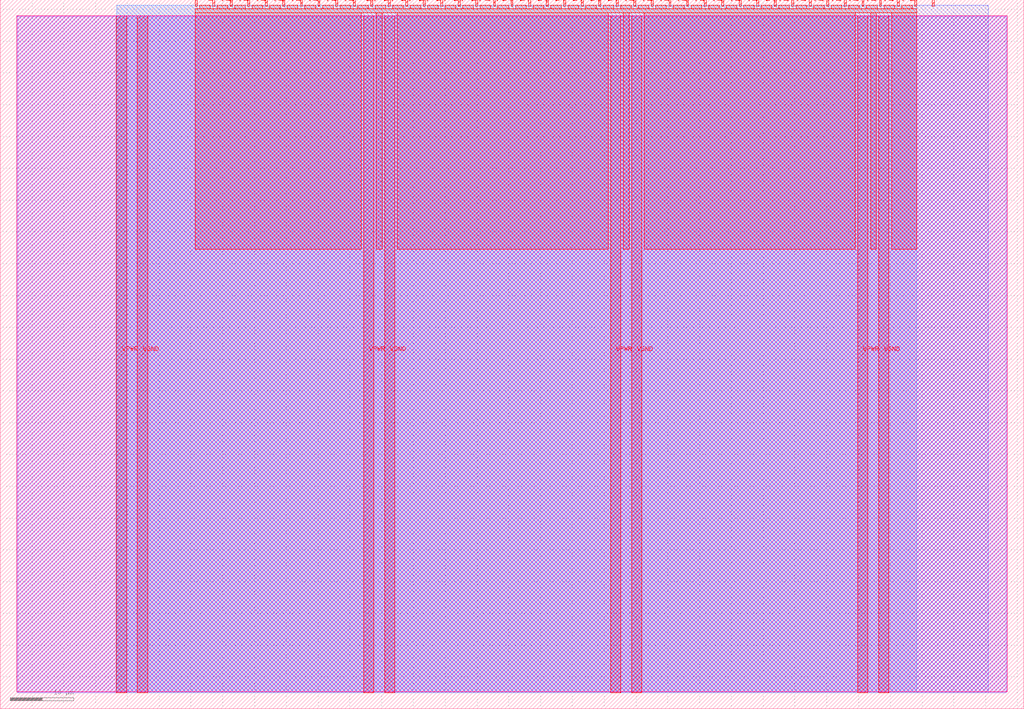
<source format=lef>
VERSION 5.7 ;
  NOWIREEXTENSIONATPIN ON ;
  DIVIDERCHAR "/" ;
  BUSBITCHARS "[]" ;
MACRO tt_um_morse
  CLASS BLOCK ;
  FOREIGN tt_um_morse ;
  ORIGIN 0.000 0.000 ;
  SIZE 161.000 BY 111.520 ;
  PIN VGND
    DIRECTION INOUT ;
    USE GROUND ;
    PORT
      LAYER met4 ;
        RECT 21.580 2.480 23.180 109.040 ;
    END
    PORT
      LAYER met4 ;
        RECT 60.450 2.480 62.050 109.040 ;
    END
    PORT
      LAYER met4 ;
        RECT 99.320 2.480 100.920 109.040 ;
    END
    PORT
      LAYER met4 ;
        RECT 138.190 2.480 139.790 109.040 ;
    END
  END VGND
  PIN VPWR
    DIRECTION INOUT ;
    USE POWER ;
    PORT
      LAYER met4 ;
        RECT 18.280 2.480 19.880 109.040 ;
    END
    PORT
      LAYER met4 ;
        RECT 57.150 2.480 58.750 109.040 ;
    END
    PORT
      LAYER met4 ;
        RECT 96.020 2.480 97.620 109.040 ;
    END
    PORT
      LAYER met4 ;
        RECT 134.890 2.480 136.490 109.040 ;
    END
  END VPWR
  PIN clk
    DIRECTION INPUT ;
    USE SIGNAL ;
    ANTENNAGATEAREA 0.852000 ;
    PORT
      LAYER met4 ;
        RECT 143.830 110.520 144.130 111.520 ;
    END
  END clk
  PIN ena
    DIRECTION INPUT ;
    USE SIGNAL ;
    PORT
      LAYER met4 ;
        RECT 146.590 110.520 146.890 111.520 ;
    END
  END ena
  PIN rst_n
    DIRECTION INPUT ;
    USE SIGNAL ;
    ANTENNAGATEAREA 0.196500 ;
    PORT
      LAYER met4 ;
        RECT 141.070 110.520 141.370 111.520 ;
    END
  END rst_n
  PIN ui_in[0]
    DIRECTION INPUT ;
    USE SIGNAL ;
    ANTENNAGATEAREA 0.196500 ;
    PORT
      LAYER met4 ;
        RECT 138.310 110.520 138.610 111.520 ;
    END
  END ui_in[0]
  PIN ui_in[1]
    DIRECTION INPUT ;
    USE SIGNAL ;
    ANTENNAGATEAREA 0.196500 ;
    PORT
      LAYER met4 ;
        RECT 135.550 110.520 135.850 111.520 ;
    END
  END ui_in[1]
  PIN ui_in[2]
    DIRECTION INPUT ;
    USE SIGNAL ;
    ANTENNAGATEAREA 0.196500 ;
    PORT
      LAYER met4 ;
        RECT 132.790 110.520 133.090 111.520 ;
    END
  END ui_in[2]
  PIN ui_in[3]
    DIRECTION INPUT ;
    USE SIGNAL ;
    ANTENNAGATEAREA 0.196500 ;
    PORT
      LAYER met4 ;
        RECT 130.030 110.520 130.330 111.520 ;
    END
  END ui_in[3]
  PIN ui_in[4]
    DIRECTION INPUT ;
    USE SIGNAL ;
    PORT
      LAYER met4 ;
        RECT 127.270 110.520 127.570 111.520 ;
    END
  END ui_in[4]
  PIN ui_in[5]
    DIRECTION INPUT ;
    USE SIGNAL ;
    PORT
      LAYER met4 ;
        RECT 124.510 110.520 124.810 111.520 ;
    END
  END ui_in[5]
  PIN ui_in[6]
    DIRECTION INPUT ;
    USE SIGNAL ;
    PORT
      LAYER met4 ;
        RECT 121.750 110.520 122.050 111.520 ;
    END
  END ui_in[6]
  PIN ui_in[7]
    DIRECTION INPUT ;
    USE SIGNAL ;
    PORT
      LAYER met4 ;
        RECT 118.990 110.520 119.290 111.520 ;
    END
  END ui_in[7]
  PIN uio_in[0]
    DIRECTION INPUT ;
    USE SIGNAL ;
    PORT
      LAYER met4 ;
        RECT 116.230 110.520 116.530 111.520 ;
    END
  END uio_in[0]
  PIN uio_in[1]
    DIRECTION INPUT ;
    USE SIGNAL ;
    PORT
      LAYER met4 ;
        RECT 113.470 110.520 113.770 111.520 ;
    END
  END uio_in[1]
  PIN uio_in[2]
    DIRECTION INPUT ;
    USE SIGNAL ;
    PORT
      LAYER met4 ;
        RECT 110.710 110.520 111.010 111.520 ;
    END
  END uio_in[2]
  PIN uio_in[3]
    DIRECTION INPUT ;
    USE SIGNAL ;
    PORT
      LAYER met4 ;
        RECT 107.950 110.520 108.250 111.520 ;
    END
  END uio_in[3]
  PIN uio_in[4]
    DIRECTION INPUT ;
    USE SIGNAL ;
    PORT
      LAYER met4 ;
        RECT 105.190 110.520 105.490 111.520 ;
    END
  END uio_in[4]
  PIN uio_in[5]
    DIRECTION INPUT ;
    USE SIGNAL ;
    PORT
      LAYER met4 ;
        RECT 102.430 110.520 102.730 111.520 ;
    END
  END uio_in[5]
  PIN uio_in[6]
    DIRECTION INPUT ;
    USE SIGNAL ;
    PORT
      LAYER met4 ;
        RECT 99.670 110.520 99.970 111.520 ;
    END
  END uio_in[6]
  PIN uio_in[7]
    DIRECTION INPUT ;
    USE SIGNAL ;
    PORT
      LAYER met4 ;
        RECT 96.910 110.520 97.210 111.520 ;
    END
  END uio_in[7]
  PIN uio_oe[0]
    DIRECTION OUTPUT ;
    USE SIGNAL ;
    PORT
      LAYER met4 ;
        RECT 49.990 110.520 50.290 111.520 ;
    END
  END uio_oe[0]
  PIN uio_oe[1]
    DIRECTION OUTPUT ;
    USE SIGNAL ;
    PORT
      LAYER met4 ;
        RECT 47.230 110.520 47.530 111.520 ;
    END
  END uio_oe[1]
  PIN uio_oe[2]
    DIRECTION OUTPUT ;
    USE SIGNAL ;
    PORT
      LAYER met4 ;
        RECT 44.470 110.520 44.770 111.520 ;
    END
  END uio_oe[2]
  PIN uio_oe[3]
    DIRECTION OUTPUT ;
    USE SIGNAL ;
    PORT
      LAYER met4 ;
        RECT 41.710 110.520 42.010 111.520 ;
    END
  END uio_oe[3]
  PIN uio_oe[4]
    DIRECTION OUTPUT ;
    USE SIGNAL ;
    PORT
      LAYER met4 ;
        RECT 38.950 110.520 39.250 111.520 ;
    END
  END uio_oe[4]
  PIN uio_oe[5]
    DIRECTION OUTPUT ;
    USE SIGNAL ;
    PORT
      LAYER met4 ;
        RECT 36.190 110.520 36.490 111.520 ;
    END
  END uio_oe[5]
  PIN uio_oe[6]
    DIRECTION OUTPUT ;
    USE SIGNAL ;
    PORT
      LAYER met4 ;
        RECT 33.430 110.520 33.730 111.520 ;
    END
  END uio_oe[6]
  PIN uio_oe[7]
    DIRECTION OUTPUT ;
    USE SIGNAL ;
    PORT
      LAYER met4 ;
        RECT 30.670 110.520 30.970 111.520 ;
    END
  END uio_oe[7]
  PIN uio_out[0]
    DIRECTION OUTPUT ;
    USE SIGNAL ;
    PORT
      LAYER met4 ;
        RECT 72.070 110.520 72.370 111.520 ;
    END
  END uio_out[0]
  PIN uio_out[1]
    DIRECTION OUTPUT ;
    USE SIGNAL ;
    PORT
      LAYER met4 ;
        RECT 69.310 110.520 69.610 111.520 ;
    END
  END uio_out[1]
  PIN uio_out[2]
    DIRECTION OUTPUT ;
    USE SIGNAL ;
    PORT
      LAYER met4 ;
        RECT 66.550 110.520 66.850 111.520 ;
    END
  END uio_out[2]
  PIN uio_out[3]
    DIRECTION OUTPUT ;
    USE SIGNAL ;
    PORT
      LAYER met4 ;
        RECT 63.790 110.520 64.090 111.520 ;
    END
  END uio_out[3]
  PIN uio_out[4]
    DIRECTION OUTPUT ;
    USE SIGNAL ;
    PORT
      LAYER met4 ;
        RECT 61.030 110.520 61.330 111.520 ;
    END
  END uio_out[4]
  PIN uio_out[5]
    DIRECTION OUTPUT ;
    USE SIGNAL ;
    PORT
      LAYER met4 ;
        RECT 58.270 110.520 58.570 111.520 ;
    END
  END uio_out[5]
  PIN uio_out[6]
    DIRECTION OUTPUT ;
    USE SIGNAL ;
    PORT
      LAYER met4 ;
        RECT 55.510 110.520 55.810 111.520 ;
    END
  END uio_out[6]
  PIN uio_out[7]
    DIRECTION OUTPUT ;
    USE SIGNAL ;
    PORT
      LAYER met4 ;
        RECT 52.750 110.520 53.050 111.520 ;
    END
  END uio_out[7]
  PIN uo_out[0]
    DIRECTION OUTPUT ;
    USE SIGNAL ;
    ANTENNADIFFAREA 0.891000 ;
    PORT
      LAYER met4 ;
        RECT 94.150 110.520 94.450 111.520 ;
    END
  END uo_out[0]
  PIN uo_out[1]
    DIRECTION OUTPUT ;
    USE SIGNAL ;
    ANTENNADIFFAREA 0.891000 ;
    PORT
      LAYER met4 ;
        RECT 91.390 110.520 91.690 111.520 ;
    END
  END uo_out[1]
  PIN uo_out[2]
    DIRECTION OUTPUT ;
    USE SIGNAL ;
    ANTENNADIFFAREA 0.891000 ;
    PORT
      LAYER met4 ;
        RECT 88.630 110.520 88.930 111.520 ;
    END
  END uo_out[2]
  PIN uo_out[3]
    DIRECTION OUTPUT ;
    USE SIGNAL ;
    ANTENNADIFFAREA 0.891000 ;
    PORT
      LAYER met4 ;
        RECT 85.870 110.520 86.170 111.520 ;
    END
  END uo_out[3]
  PIN uo_out[4]
    DIRECTION OUTPUT ;
    USE SIGNAL ;
    ANTENNADIFFAREA 0.891000 ;
    PORT
      LAYER met4 ;
        RECT 83.110 110.520 83.410 111.520 ;
    END
  END uo_out[4]
  PIN uo_out[5]
    DIRECTION OUTPUT ;
    USE SIGNAL ;
    PORT
      LAYER met4 ;
        RECT 80.350 110.520 80.650 111.520 ;
    END
  END uo_out[5]
  PIN uo_out[6]
    DIRECTION OUTPUT ;
    USE SIGNAL ;
    ANTENNADIFFAREA 1.431000 ;
    PORT
      LAYER met4 ;
        RECT 77.590 110.520 77.890 111.520 ;
    END
  END uo_out[6]
  PIN uo_out[7]
    DIRECTION OUTPUT ;
    USE SIGNAL ;
    ANTENNADIFFAREA 0.891000 ;
    PORT
      LAYER met4 ;
        RECT 74.830 110.520 75.130 111.520 ;
    END
  END uo_out[7]
  OBS
      LAYER nwell ;
        RECT 2.570 2.635 158.430 108.990 ;
      LAYER li1 ;
        RECT 2.760 2.635 158.240 108.885 ;
      LAYER met1 ;
        RECT 2.760 2.480 158.240 109.040 ;
      LAYER met2 ;
        RECT 18.310 2.535 155.380 110.685 ;
      LAYER met3 ;
        RECT 18.290 2.555 144.170 110.665 ;
      LAYER met4 ;
        RECT 31.370 110.120 33.030 110.665 ;
        RECT 34.130 110.120 35.790 110.665 ;
        RECT 36.890 110.120 38.550 110.665 ;
        RECT 39.650 110.120 41.310 110.665 ;
        RECT 42.410 110.120 44.070 110.665 ;
        RECT 45.170 110.120 46.830 110.665 ;
        RECT 47.930 110.120 49.590 110.665 ;
        RECT 50.690 110.120 52.350 110.665 ;
        RECT 53.450 110.120 55.110 110.665 ;
        RECT 56.210 110.120 57.870 110.665 ;
        RECT 58.970 110.120 60.630 110.665 ;
        RECT 61.730 110.120 63.390 110.665 ;
        RECT 64.490 110.120 66.150 110.665 ;
        RECT 67.250 110.120 68.910 110.665 ;
        RECT 70.010 110.120 71.670 110.665 ;
        RECT 72.770 110.120 74.430 110.665 ;
        RECT 75.530 110.120 77.190 110.665 ;
        RECT 78.290 110.120 79.950 110.665 ;
        RECT 81.050 110.120 82.710 110.665 ;
        RECT 83.810 110.120 85.470 110.665 ;
        RECT 86.570 110.120 88.230 110.665 ;
        RECT 89.330 110.120 90.990 110.665 ;
        RECT 92.090 110.120 93.750 110.665 ;
        RECT 94.850 110.120 96.510 110.665 ;
        RECT 97.610 110.120 99.270 110.665 ;
        RECT 100.370 110.120 102.030 110.665 ;
        RECT 103.130 110.120 104.790 110.665 ;
        RECT 105.890 110.120 107.550 110.665 ;
        RECT 108.650 110.120 110.310 110.665 ;
        RECT 111.410 110.120 113.070 110.665 ;
        RECT 114.170 110.120 115.830 110.665 ;
        RECT 116.930 110.120 118.590 110.665 ;
        RECT 119.690 110.120 121.350 110.665 ;
        RECT 122.450 110.120 124.110 110.665 ;
        RECT 125.210 110.120 126.870 110.665 ;
        RECT 127.970 110.120 129.630 110.665 ;
        RECT 130.730 110.120 132.390 110.665 ;
        RECT 133.490 110.120 135.150 110.665 ;
        RECT 136.250 110.120 137.910 110.665 ;
        RECT 139.010 110.120 140.670 110.665 ;
        RECT 141.770 110.120 143.430 110.665 ;
        RECT 30.655 109.440 144.145 110.120 ;
        RECT 30.655 72.255 56.750 109.440 ;
        RECT 59.150 72.255 60.050 109.440 ;
        RECT 62.450 72.255 95.620 109.440 ;
        RECT 98.020 72.255 98.920 109.440 ;
        RECT 101.320 72.255 134.490 109.440 ;
        RECT 136.890 72.255 137.790 109.440 ;
        RECT 140.190 72.255 144.145 109.440 ;
  END
END tt_um_morse
END LIBRARY


</source>
